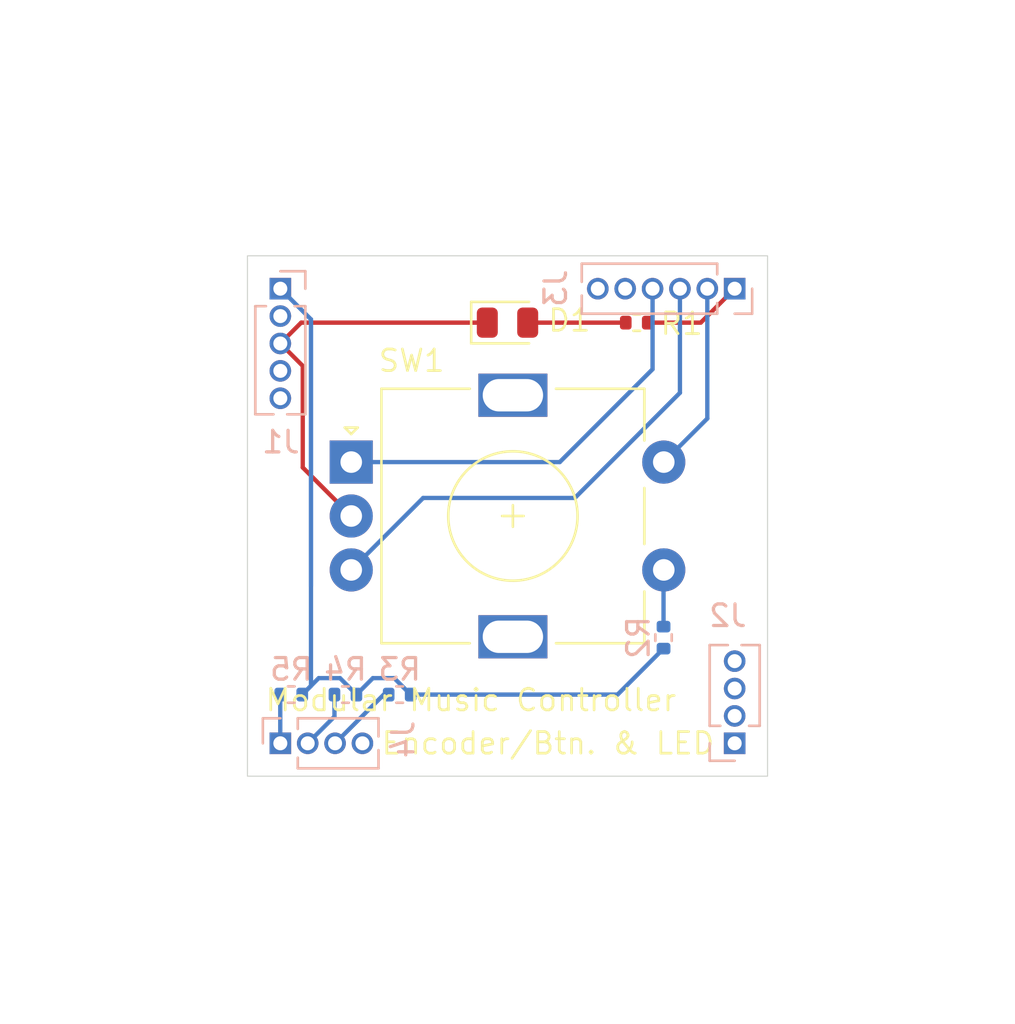
<source format=kicad_pcb>
(kicad_pcb (version 20241229) (generator "pcbnew") (generator_version "9.0")
  (title_block (title "Modular Music Controller / Block / One Switch") (date "2025-12-03") (rev "1"))
  (layers (0 "F.Cu" signal) (2 "B.Cu" signal) (13 "F.Paste" user) (15 "B.Paste" user) (5 "F.SilkS" user "F.Silkscreen") (7 "B.SilkS" user "B.Silkscreen") (1 "F.Mask" user) (3 "B.Mask" user) (25 "Edge.Cuts" user))
  (net 0 "")
  (net 1 "GND")
  (net 2 "Net-(D1-A)")
  (net 3 "/SlotBus.Clock")
  (net 4 "/AREF")
  (net 5 "/+3.3V Digital")
  (net 6 "/SlotBus.Data")
  (net 7 "/Addr3")
  (net 8 "/Addr0")
  (net 9 "/Addr1")
  (net 10 "/Addr2")
  (net 11 "/B")
  (net 12 "/C")
  (net 13 "/LED")
  (net 14 "/A1")
  (net 15 "/A")
  (net 16 "/A0")
  (net 17 "/Typ3")
  (net 18 "/Typ0")
  (net 19 "/Typ1")
  (net 20 "/Typ2")
  (net 21 "Net-(R2-Pad1)")
  (footprint "Rotary_Encoder:RotaryEncoder_Alps_EC11E-Switch_Vertical_H20mm" (layer "F.Cu") (at 131.815 111.165)
    (property "Reference" "SW1" (at 2.8 -4.7 0) (layer "F.SilkS") (effects (font (thickness 0.125))))
    (property "Value" "CTS 11CEK25F243B")
    (fp_line (start -0.3 -1.6) (end 0.3 -1.6) (stroke (width 0.12)) (layer "F.SilkS"))
    (fp_line (start 0 -1.3) (end -0.3 -1.6) (stroke (width 0.12)) (layer "F.SilkS"))
    (fp_line (start 0.3 -1.6) (end 0 -1.3) (stroke (width 0.12)) (layer "F.SilkS"))
    (fp_line (start 1.4 -3.4) (end 1.4 8.4) (stroke (width 0.12)) (layer "F.SilkS"))
    (fp_line (start 5.5 -3.4) (end 1.4 -3.4) (stroke (width 0.12)) (layer "F.SilkS"))
    (fp_line (start 5.5 8.4) (end 1.4 8.4) (stroke (width 0.12)) (layer "F.SilkS"))
    (fp_line (start 7 2.5) (end 8 2.5) (stroke (width 0.12)) (layer "F.SilkS"))
    (fp_line (start 7.5 2) (end 7.5 3) (stroke (width 0.12)) (layer "F.SilkS"))
    (fp_line (start 9.5 -3.4) (end 13.6 -3.4) (stroke (width 0.12)) (layer "F.SilkS"))
    (fp_line (start 13.6 -3.4) (end 13.6 -1) (stroke (width 0.12)) (layer "F.SilkS"))
    (fp_line (start 13.6 1.2) (end 13.6 3.8) (stroke (width 0.12)) (layer "F.SilkS"))
    (fp_line (start 13.6 6) (end 13.6 8.4) (stroke (width 0.12)) (layer "F.SilkS"))
    (fp_line (start 13.6 8.4) (end 9.5 8.4) (stroke (width 0.12)) (layer "F.SilkS"))
    (fp_circle (center 7.5 2.5) (end 10.5 2.5) (stroke (width 0.12)) (fill no) (layer "F.SilkS"))
    (pad "A" thru_hole rect (at 0 0) (size 2 2) (drill 1) (layers "*.Cu" "*.Mask") (net 15 "/A"))
    (pad "B" thru_hole circle (at 0 5) (size 2 2) (drill 1) (layers "*.Cu" "*.Mask") (net 11 "/B"))
    (pad "C" thru_hole circle (at 0 2.5) (size 2 2) (drill 1) (layers "*.Cu" "*.Mask") (net 1 "GND"))
    (pad "MP" thru_hole rect (at 7.5 -3.1) (size 3.2 2) (drill oval 2.8 1.5) (layers "*.Cu" "*.Mask"))
    (pad "MP" thru_hole rect (at 7.5 8.1) (size 3.2 2) (drill oval 2.8 1.5) (layers "*.Cu" "*.Mask"))
    (pad "S1" thru_hole circle (at 14.5 5) (size 2 2) (drill 1) (layers "*.Cu" "*.Mask") (net 21 "Net-(R2-Pad1)"))
    (pad "S2" thru_hole circle (at 14.5 0) (size 2 2) (drill 1) (layers "*.Cu" "*.Mask") (net 12 "/C"))
  )
  (footprint "LED_SMD:LED_0805_2012Metric" (layer "F.Cu") (at 139.065 104.6988)
    (property "Reference" "D1" (at 2.8725 -0.1016 0) (layer "F.SilkS") (effects (font (thickness 0.125))))
    (property "Value" "LED")
    (fp_line (start -1.685 -0.96) (end -1.685 0.96) (stroke (width 0.12)) (layer "F.SilkS"))
    (fp_line (start -1.685 0.96) (end 1 0.96) (stroke (width 0.12)) (layer "F.SilkS"))
    (fp_line (start 1 -0.96) (end -1.685 -0.96) (stroke (width 0.12)) (layer "F.SilkS"))
    (pad "1" smd roundrect (at -0.9375 0) (size 0.975 1.4) (layers "F.Cu" "F.Mask" "F.Paste") (net 1 "GND"))
    (pad "2" smd roundrect (at 0.9375 0) (size 0.975 1.4) (layers "F.Cu" "F.Mask" "F.Paste") (net 2 "Net-(D1-A)"))
  )
  (footprint "Resistor_SMD:R_0402_1005Metric" (layer "F.Cu") (at 145.0614 104.6988 180)
    (property "Reference" "R1" (at -2.0828 -0.0508 180) (layer "F.SilkS") (effects (font (thickness 0.125))))
    (property "Value" "1k")
    (fp_line (start -0.153641 0.38) (end 0.153641 0.38) (stroke (width 0.12)) (layer "F.SilkS"))
    (fp_line (start -0.153641 -0.38) (end 0.153641 -0.38) (stroke (width 0.12)) (layer "F.SilkS"))
    (pad "1" smd roundrect (at -0.51 0 180) (size 0.54 0.64) (layers "F.Cu" "F.Mask" "F.Paste") (net 13 "/LED"))
    (pad "2" smd roundrect (at 0.51 0 180) (size 0.54 0.64) (layers "F.Cu" "F.Mask" "F.Paste") (net 2 "Net-(D1-A)"))
  )
  (footprint "Connector_PinHeader_1.27mm:PinHeader_1x04_P1.27mm_Vertical" (layer "B.Cu") (at 128.525 124.205 -90)
    (property "Reference" "J4" (at -0.1778 -5.6956 90) (layer "B.SilkS") (effects (justify mirror)))
    (property "Value" "Samtec MTMS-104-02-T-S-100")
    (fp_line (start -1.16 0.81) (end 0 0.81) (stroke (width 0.12)) (layer "B.SilkS"))
    (fp_line (start -1.16 0) (end -1.16 0.81) (stroke (width 0.12)) (layer "B.SilkS"))
    (fp_line (start -1.16 -0.81) (end -0.666708 -0.81) (stroke (width 0.12)) (layer "B.SilkS"))
    (fp_line (start -1.16 -0.81) (end -1.16 -4.555) (stroke (width 0.12)) (layer "B.SilkS"))
    (fp_line (start 0.666708 -0.81) (end 1.16 -0.81) (stroke (width 0.12)) (layer "B.SilkS"))
    (fp_line (start 1.16 -0.81) (end 1.16 -4.555) (stroke (width 0.12)) (layer "B.SilkS"))
    (fp_line (start -1.16 -4.555) (end -0.317923 -4.555) (stroke (width 0.12)) (layer "B.SilkS"))
    (fp_line (start 0.317923 -4.555) (end 1.16 -4.555) (stroke (width 0.12)) (layer "B.SilkS"))
    (pad "1" thru_hole rect (at 0 0 270) (size 1 1) (drill 0.65) (layers "*.Cu" "*.Mask") (net 18 "/Typ0"))
    (pad "2" thru_hole circle (at 0 -1.27 270) (size 1 1) (drill 0.65) (layers "*.Cu" "*.Mask") (net 19 "/Typ1"))
    (pad "3" thru_hole circle (at 0 -2.54 270) (size 1 1) (drill 0.65) (layers "*.Cu" "*.Mask") (net 20 "/Typ2"))
    (pad "4" thru_hole circle (at 0 -3.81 270) (size 1 1) (drill 0.65) (layers "*.Cu" "*.Mask") (net 17 "/Typ3"))
  )
  (footprint "Resistor_SMD:R_0402_1005Metric" (layer "B.Cu") (at 134.0612 121.9454 180)
    (property "Reference" "R3" (at 0 1.17 0) (layer "B.SilkS") (effects (justify mirror)))
    (property "Value" "1k")
    (fp_line (start -0.153641 0.38) (end 0.153641 0.38) (stroke (width 0.12)) (layer "B.SilkS"))
    (fp_line (start -0.153641 -0.38) (end 0.153641 -0.38) (stroke (width 0.12)) (layer "B.SilkS"))
    (pad "1" smd roundrect (at -0.51 0 180) (size 0.54 0.64) (layers "B.Cu" "B.Mask" "B.Paste") (net 5 "/+3.3V Digital"))
    (pad "2" smd roundrect (at 0.51 0 180) (size 0.54 0.64) (layers "B.Cu" "B.Mask" "B.Paste") (net 20 "/Typ2"))
  )
  (footprint "Resistor_SMD:R_0402_1005Metric" (layer "B.Cu") (at 129.032 121.9454 180)
    (property "Reference" "R5" (at 0 1.17 0) (layer "B.SilkS") (effects (justify mirror)))
    (property "Value" "1k")
    (fp_line (start -0.153641 0.38) (end 0.153641 0.38) (stroke (width 0.12)) (layer "B.SilkS"))
    (fp_line (start -0.153641 -0.38) (end 0.153641 -0.38) (stroke (width 0.12)) (layer "B.SilkS"))
    (pad "1" smd roundrect (at -0.51 0 180) (size 0.54 0.64) (layers "B.Cu" "B.Mask" "B.Paste") (net 5 "/+3.3V Digital"))
    (pad "2" smd roundrect (at 0.51 0 180) (size 0.54 0.64) (layers "B.Cu" "B.Mask" "B.Paste") (net 18 "/Typ0"))
  )
  (footprint "Resistor_SMD:R_0402_1005Metric" (layer "B.Cu") (at 131.5466 121.9454 180)
    (property "Reference" "R4" (at 0 1.17 0) (layer "B.SilkS") (effects (justify mirror)))
    (property "Value" "1k")
    (fp_line (start -0.153641 0.38) (end 0.153641 0.38) (stroke (width 0.12)) (layer "B.SilkS"))
    (fp_line (start -0.153641 -0.38) (end 0.153641 -0.38) (stroke (width 0.12)) (layer "B.SilkS"))
    (pad "1" smd roundrect (at -0.51 0 180) (size 0.54 0.64) (layers "B.Cu" "B.Mask" "B.Paste") (net 5 "/+3.3V Digital"))
    (pad "2" smd roundrect (at 0.51 0 180) (size 0.54 0.64) (layers "B.Cu" "B.Mask" "B.Paste") (net 19 "/Typ1"))
  )
  (footprint "Resistor_SMD:R_0402_1005Metric" (layer "B.Cu") (at 146.304 119.3038 -90)
    (property "Reference" "R2" (at 0 1.17 90) (layer "B.SilkS") (effects (justify mirror)))
    (property "Value" "1k")
    (fp_line (start -0.153641 0.38) (end 0.153641 0.38) (stroke (width 0.12)) (layer "B.SilkS"))
    (fp_line (start -0.153641 -0.38) (end 0.153641 -0.38) (stroke (width 0.12)) (layer "B.SilkS"))
    (pad "1" smd roundrect (at -0.51 0 270) (size 0.54 0.64) (layers "B.Cu" "B.Mask" "B.Paste") (net 21 "Net-(R2-Pad1)"))
    (pad "2" smd roundrect (at 0.51 0 270) (size 0.54 0.64) (layers "B.Cu" "B.Mask" "B.Paste") (net 5 "/+3.3V Digital"))
  )
  (footprint "Connector_PinHeader_1.27mm:PinHeader_1x04_P1.27mm_Vertical" (layer "B.Cu") (at 149.605 124.205)
    (property "Reference" "J2" (at -0.317923 -5.9182 0) (layer "B.SilkS") (effects (justify mirror)))
    (property "Value" "Samtec MTMS-104-02-T-S-100")
    (fp_line (start -1.16 -4.555) (end -0.317923 -4.555) (stroke (width 0.12)) (layer "B.SilkS"))
    (fp_line (start -1.16 -0.81) (end -1.16 -4.555) (stroke (width 0.12)) (layer "B.SilkS"))
    (fp_line (start -1.16 -0.81) (end -0.666708 -0.81) (stroke (width 0.12)) (layer "B.SilkS"))
    (fp_line (start -1.16 0) (end -1.16 0.81) (stroke (width 0.12)) (layer "B.SilkS"))
    (fp_line (start -1.16 0.81) (end 0 0.81) (stroke (width 0.12)) (layer "B.SilkS"))
    (fp_line (start 0.317923 -4.555) (end 1.16 -4.555) (stroke (width 0.12)) (layer "B.SilkS"))
    (fp_line (start 0.666708 -0.81) (end 1.16 -0.81) (stroke (width 0.12)) (layer "B.SilkS"))
    (fp_line (start 1.16 -0.81) (end 1.16 -4.555) (stroke (width 0.12)) (layer "B.SilkS"))
    (pad "1" thru_hole rect (at 0 0) (size 1 1) (drill 0.65) (layers "*.Cu" "*.Mask") (net 8 "/Addr0"))
    (pad "2" thru_hole circle (at 0 -1.27) (size 1 1) (drill 0.65) (layers "*.Cu" "*.Mask") (net 9 "/Addr1"))
    (pad "3" thru_hole circle (at 0 -2.54) (size 1 1) (drill 0.65) (layers "*.Cu" "*.Mask") (net 10 "/Addr2"))
    (pad "4" thru_hole circle (at 0 -3.81) (size 1 1) (drill 0.65) (layers "*.Cu" "*.Mask") (net 7 "/Addr3"))
  )
  (footprint "Connector_PinHeader_1.27mm:PinHeader_1x05_P1.27mm_Vertical" (layer "B.Cu") (at 128.525 103.125 180)
    (property "Reference" "J1" (at -0.0254 -7.112 180) (layer "B.SilkS") (effects (justify mirror)))
    (property "Value" "Samtec MTMS-105-02-T-S-100")
    (fp_line (start 1.16 -0.81) (end 1.16 -5.825) (stroke (width 0.12)) (layer "B.SilkS"))
    (fp_line (start 0.666708 -0.81) (end 1.16 -0.81) (stroke (width 0.12)) (layer "B.SilkS"))
    (fp_line (start 0.317923 -5.825) (end 1.16 -5.825) (stroke (width 0.12)) (layer "B.SilkS"))
    (fp_line (start -1.16 0.81) (end 0 0.81) (stroke (width 0.12)) (layer "B.SilkS"))
    (fp_line (start -1.16 0) (end -1.16 0.81) (stroke (width 0.12)) (layer "B.SilkS"))
    (fp_line (start -1.16 -0.81) (end -0.666708 -0.81) (stroke (width 0.12)) (layer "B.SilkS"))
    (fp_line (start -1.16 -0.81) (end -1.16 -5.825) (stroke (width 0.12)) (layer "B.SilkS"))
    (fp_line (start -1.16 -5.825) (end -0.317923 -5.825) (stroke (width 0.12)) (layer "B.SilkS"))
    (pad "1" thru_hole rect (at 0 0 180) (size 1 1) (drill 0.65) (layers "*.Cu" "*.Mask") (net 5 "/+3.3V Digital"))
    (pad "2" thru_hole circle (at 0 -1.27 180) (size 1 1) (drill 0.65) (layers "*.Cu" "*.Mask") (net 4 "/AREF"))
    (pad "3" thru_hole circle (at 0 -2.54 180) (size 1 1) (drill 0.65) (layers "*.Cu" "*.Mask") (net 1 "GND"))
    (pad "4" thru_hole circle (at 0 -3.81 180) (size 1 1) (drill 0.65) (layers "*.Cu" "*.Mask") (net 6 "/SlotBus.Data"))
    (pad "5" thru_hole circle (at 0 -5.08 180) (size 1 1) (drill 0.65) (layers "*.Cu" "*.Mask") (net 3 "/SlotBus.Clock"))
  )
  (footprint "Connector_PinHeader_1.27mm:PinHeader_1x06_P1.27mm_Vertical" (layer "B.Cu") (at 149.605 103.125 90)
    (property "Reference" "J3" (at 0.0254 -8.3058 90) (layer "B.SilkS") (effects (justify mirror)))
    (property "Value" "Samtec  MTMS-106-02-T-S-100")
    (fp_line (start 0.317923 -7.095) (end 1.16 -7.095) (stroke (width 0.12)) (layer "B.SilkS"))
    (fp_line (start -1.16 -7.095) (end -0.317923 -7.095) (stroke (width 0.12)) (layer "B.SilkS"))
    (fp_line (start 1.16 -0.81) (end 1.16 -7.095) (stroke (width 0.12)) (layer "B.SilkS"))
    (fp_line (start 0.666708 -0.81) (end 1.16 -0.81) (stroke (width 0.12)) (layer "B.SilkS"))
    (fp_line (start -1.16 -0.81) (end -1.16 -7.095) (stroke (width 0.12)) (layer "B.SilkS"))
    (fp_line (start -1.16 -0.81) (end -0.666708 -0.81) (stroke (width 0.12)) (layer "B.SilkS"))
    (fp_line (start -1.16 0) (end -1.16 0.81) (stroke (width 0.12)) (layer "B.SilkS"))
    (fp_line (start -1.16 0.81) (end 0 0.81) (stroke (width 0.12)) (layer "B.SilkS"))
    (pad "1" thru_hole rect (at 0 0 90) (size 1 1) (drill 0.65) (layers "*.Cu" "*.Mask") (net 13 "/LED"))
    (pad "2" thru_hole circle (at 0 -1.27 90) (size 1 1) (drill 0.65) (layers "*.Cu" "*.Mask") (net 12 "/C"))
    (pad "3" thru_hole circle (at 0 -2.54 90) (size 1 1) (drill 0.65) (layers "*.Cu" "*.Mask") (net 11 "/B"))
    (pad "4" thru_hole circle (at 0 -3.81 90) (size 1 1) (drill 0.65) (layers "*.Cu" "*.Mask") (net 15 "/A"))
    (pad "5" thru_hole circle (at 0 -5.08 90) (size 1 1) (drill 0.65) (layers "*.Cu" "*.Mask") (net 14 "/A1"))
    (pad "6" thru_hole circle (at 0 -6.35 90) (size 1 1) (drill 0.65) (layers "*.Cu" "*.Mask") (net 16 "/A0"))
  )
  (gr_rect (start 127 101.6) (end 151.13 125.73) (stroke (width 0.05)) (fill no) (layer "Edge.Cuts"))
  (gr_text "Encoder/Btn. & LED" (at 133.1468 124.205 0) (layer "F.SilkS") (effects (font (size 1 1) (thickness 0.125)) (justify left)))
  (gr_text "Modular Music Controller" (at 127.762 121.6152 0) (layer "F.SilkS") (effects (font (size 1 1) (thickness 0.125)) (justify left top)))
  (segment (start 131.815 113.665) (end 129.5654 111.4154) (width 0.2) (layer "F.Cu") (net 1))
  (segment (start 129.5654 106.7054) (end 128.525 105.665) (width 0.2) (layer "F.Cu") (net 1))
  (segment (start 129.4912 104.6988) (end 128.525 105.665) (width 0.2) (layer "F.Cu") (net 1))
  (segment (start 138.1275 104.6988) (end 129.4912 104.6988) (width 0.2) (layer "F.Cu") (net 1))
  (segment (start 129.5654 111.4154) (end 129.5654 106.7054) (width 0.2) (layer "F.Cu") (net 1))
  (segment (start 140.0025 104.6988) (end 144.5514 104.6988) (width 0.2) (layer "F.Cu") (net 2))
  (segment (start 130.304 121.1834) (end 129.542 121.9454) (width 0.2) (layer "B.Cu") (net 5))
  (segment (start 132.0566 121.9454) (end 131.2946 121.1834) (width 0.2) (layer "B.Cu") (net 5))
  (segment (start 146.304 119.8138) (end 144.1724 121.9454) (width 0.2) (layer "B.Cu") (net 5))
  (segment (start 132.8186 121.1834) (end 132.0566 121.9454) (width 0.2) (layer "B.Cu") (net 5))
  (segment (start 129.542 121.9454) (end 129.9464 121.541) (width 0.2) (layer "B.Cu") (net 5))
  (segment (start 134.5712 121.9454) (end 133.8092 121.1834) (width 0.2) (layer "B.Cu") (net 5))
  (segment (start 131.2946 121.1834) (end 130.304 121.1834) (width 0.2) (layer "B.Cu") (net 5))
  (segment (start 144.1724 121.9454) (end 134.5712 121.9454) (width 0.2) (layer "B.Cu") (net 5))
  (segment (start 129.9464 104.5464) (end 128.525 103.125) (width 0.2) (layer "B.Cu") (net 5))
  (segment (start 129.9464 116.8908) (end 129.9464 104.5464) (width 0.2) (layer "B.Cu") (net 5))
  (segment (start 133.8092 121.1834) (end 132.8186 121.1834) (width 0.2) (layer "B.Cu") (net 5))
  (segment (start 129.9464 121.541) (end 129.9464 104.5464) (width 0.2) (layer "B.Cu") (net 5))
  (segment (start 135.1532 112.8268) (end 142.1892 112.8268) (width 0.2) (layer "B.Cu") (net 11))
  (segment (start 147.065 107.951) (end 147.065 103.125) (width 0.2) (layer "B.Cu") (net 11))
  (segment (start 131.815 116.165) (end 135.1532 112.8268) (width 0.2) (layer "B.Cu") (net 11))
  (segment (start 142.1892 112.8268) (end 147.065 107.951) (width 0.2) (layer "B.Cu") (net 11))
  (segment (start 146.315 111.165) (end 148.335 109.145) (width 0.2) (layer "B.Cu") (net 12))
  (segment (start 148.335 109.145) (end 148.335 103.125) (width 0.2) (layer "B.Cu") (net 12))
  (segment (start 145.5714 104.6988) (end 148.0312 104.6988) (width 0.2) (layer "F.Cu") (net 13))
  (segment (start 148.0312 104.6988) (end 149.605 103.125) (width 0.2) (layer "F.Cu") (net 13))
  (segment (start 131.815 111.165) (end 141.4888 111.165) (width 0.2) (layer "B.Cu") (net 15))
  (segment (start 141.4888 111.165) (end 145.795 106.8588) (width 0.2) (layer "B.Cu") (net 15))
  (segment (start 145.795 106.8588) (end 145.795 103.125) (width 0.2) (layer "B.Cu") (net 15))
  (segment (start 128.522 124.202) (end 128.525 124.205) (width 0.2) (layer "B.Cu") (net 18))
  (segment (start 128.522 121.9454) (end 128.522 124.202) (width 0.2) (layer "B.Cu") (net 18))
  (segment (start 131.0366 121.9454) (end 131.0366 122.9634) (width 0.2) (layer "B.Cu") (net 19))
  (segment (start 131.0366 122.9634) (end 129.795 124.205) (width 0.2) (layer "B.Cu") (net 19))
  (segment (start 133.3246 121.9454) (end 131.065 124.205) (width 0.2) (layer "B.Cu") (net 20))
  (segment (start 133.5512 121.9454) (end 133.3246 121.9454) (width 0.2) (layer "B.Cu") (net 20))
  (segment (start 146.304 116.176) (end 146.315 116.165) (width 0.2) (layer "B.Cu") (net 21))
  (segment (start 146.304 118.7938) (end 146.304 116.176) (width 0.2) (layer "B.Cu") (net 21))
)
</source>
